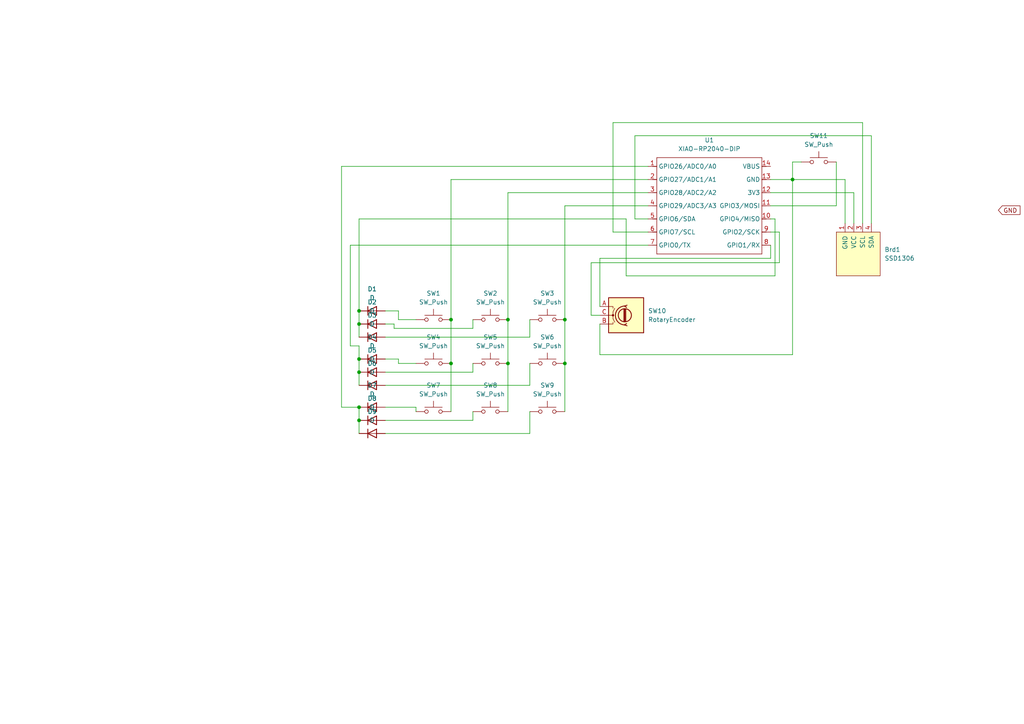
<source format=kicad_sch>
(kicad_sch (version 20231120) (generator "eeschema") (generator_version "8.0")
  (paper "A4")
  (lib_symbols
    (symbol "Device:D" (pin_numbers hide) (pin_names (offset 1.016) hide)
      (property "Reference" "D" (at 0 2.54 0))
      (property "Value" "D" (at 0 -2.54 0))
      (symbol "D_0_1"
        (polyline (pts (xy -1.27 1.27) (xy -1.27 -1.27)) (stroke (width 0.254)))
        (polyline (pts (xy 1.27 0) (xy -1.27 0)))
        (polyline (pts (xy 1.27 1.27) (xy 1.27 -1.27) (xy -1.27 0) (xy 1.27 1.27)) (stroke (width 0.254)))
      )
      (symbol "D_1_1"
        (pin passive line (at -3.81 0 0) (length 2.54) (name "K") (number "1"))
        (pin passive line (at 3.81 0 180) (length 2.54) (name "A") (number "2"))
      )
    )
    (symbol "Device:RotaryEncoder" (pin_names (offset 0.254) hide)
      (property "Reference" "SW" (at 0 6.604 0))
      (property "Value" "RotaryEncoder" (at 0 -6.604 0))
      (symbol "RotaryEncoder_0_1"
        (rectangle (start -5.08 5.08) (end 5.08 -5.08) (stroke (width 0.254)) (fill (type background)))
        (circle (center -3.81 0) (radius 0.254) (fill (type outline)))
        (circle (center -0.381 0) (radius 1.905) (stroke (width 0.254)))
        (arc (start -0.381 2.667) (mid -3.0988 -0.0635) (end -0.381 -2.794) (stroke (width 0.254)))
        (polyline (pts (xy -0.635 -1.778) (xy -0.635 1.778)) (stroke (width 0.254)))
        (polyline (pts (xy -0.381 -1.778) (xy -0.381 1.778)) (stroke (width 0.254)))
        (polyline (pts (xy -0.127 1.778) (xy -0.127 -1.778)) (stroke (width 0.254)))
        (polyline (pts (xy -5.08 -2.54) (xy -3.81 -2.54) (xy -3.81 -2.032)))
        (polyline (pts (xy -5.08 2.54) (xy -3.81 2.54) (xy -3.81 2.032)))
        (polyline (pts (xy 0.254 -3.048) (xy -0.508 -2.794) (xy 0.127 -2.413)) (stroke (width 0.254)))
        (polyline (pts (xy 0.254 2.921) (xy -0.508 2.667) (xy 0.127 2.286)) (stroke (width 0.254)))
        (polyline (pts (xy -5.08 0) (xy -3.81 0) (xy -3.81 -1.016) (xy -3.302 -2.032)))
        (polyline (pts (xy -4.318 0) (xy -3.81 0) (xy -3.81 1.016) (xy -3.302 2.032)))
      )
      (symbol "RotaryEncoder_1_1"
        (pin passive line (at -7.62 2.54 0) (length 2.54) (name "A") (number "A"))
        (pin passive line (at -7.62 -2.54 0) (length 2.54) (name "B") (number "B"))
        (pin passive line (at -7.62 0 0) (length 2.54) (name "C") (number "C"))
      )
    )
    (symbol "OPL:XIAO-RP2040-DIP"
      (property "Reference" "U" (at 0 0 0))
      (property "Value" "XIAO-RP2040-DIP" (at 5.334 -1.778 0))
      (symbol "XIAO-RP2040-DIP_1_0"
        (polyline (pts (xy -1.27 -30.48) (xy -1.27 -16.51)) (stroke (width 0.1524)))
        (polyline (pts (xy -1.27 -27.94) (xy -2.54 -27.94)) (stroke (width 0.1524)))
        (polyline (pts (xy -1.27 -24.13) (xy -2.54 -24.13)) (stroke (width 0.1524)))
        (polyline (pts (xy -1.27 -20.32) (xy -2.54 -20.32)) (stroke (width 0.1524)))
        (polyline (pts (xy -1.27 -16.51) (xy -2.54 -16.51)) (stroke (width 0.1524)))
        (polyline (pts (xy -1.27 -16.51) (xy -1.27 -12.7)) (stroke (width 0.1524)))
        (polyline (pts (xy -1.27 -12.7) (xy -2.54 -12.7)) (stroke (width 0.1524)))
        (polyline (pts (xy -1.27 -12.7) (xy -1.27 -8.89)) (stroke (width 0.1524)))
        (polyline (pts (xy -1.27 -8.89) (xy -2.54 -8.89)) (stroke (width 0.1524)))
        (polyline (pts (xy -1.27 -8.89) (xy -1.27 -5.08)) (stroke (width 0.1524)))
        (polyline (pts (xy -1.27 -5.08) (xy -2.54 -5.08)) (stroke (width 0.1524)))
        (polyline (pts (xy -1.27 -5.08) (xy -1.27 -2.54)) (stroke (width 0.1524)))
        (polyline (pts (xy -1.27 -2.54) (xy 29.21 -2.54)) (stroke (width 0.1524)))
        (polyline (pts (xy 29.21 -30.48) (xy -1.27 -30.48)) (stroke (width 0.1524)))
        (polyline (pts (xy 29.21 -12.7) (xy 29.21 -30.48)) (stroke (width 0.1524)))
        (polyline (pts (xy 29.21 -8.89) (xy 29.21 -12.7)) (stroke (width 0.1524)))
        (polyline (pts (xy 29.21 -5.08) (xy 29.21 -8.89)) (stroke (width 0.1524)))
        (polyline (pts (xy 29.21 -2.54) (xy 29.21 -5.08)) (stroke (width 0.1524)))
        (polyline (pts (xy 30.48 -27.94) (xy 29.21 -27.94)) (stroke (width 0.1524)))
        (polyline (pts (xy 30.48 -24.13) (xy 29.21 -24.13)) (stroke (width 0.1524)))
        (polyline (pts (xy 30.48 -20.32) (xy 29.21 -20.32)) (stroke (width 0.1524)))
        (polyline (pts (xy 30.48 -16.51) (xy 29.21 -16.51)) (stroke (width 0.1524)))
        (polyline (pts (xy 30.48 -12.7) (xy 29.21 -12.7)) (stroke (width 0.1524)))
        (polyline (pts (xy 30.48 -8.89) (xy 29.21 -8.89)) (stroke (width 0.1524)))
        (polyline (pts (xy 30.48 -5.08) (xy 29.21 -5.08)) (stroke (width 0.1524)))
        (pin passive line (at -3.81 -5.08 0) (length 2.54) (name "GPIO26/ADC0/A0") (number "1"))
        (pin passive line (at 31.75 -20.32 180) (length 2.54) (name "GPIO4/MISO") (number "10"))
        (pin passive line (at 31.75 -16.51 180) (length 2.54) (name "GPIO3/MOSI") (number "11"))
        (pin passive line (at 31.75 -12.7 180) (length 2.54) (name "3V3") (number "12"))
        (pin passive line (at 31.75 -8.89 180) (length 2.54) (name "GND") (number "13"))
        (pin passive line (at 31.75 -5.08 180) (length 2.54) (name "VBUS") (number "14"))
        (pin passive line (at -3.81 -8.89 0) (length 2.54) (name "GPIO27/ADC1/A1") (number "2"))
        (pin passive line (at -3.81 -12.7 0) (length 2.54) (name "GPIO28/ADC2/A2") (number "3"))
        (pin passive line (at -3.81 -16.51 0) (length 2.54) (name "GPIO29/ADC3/A3") (number "4"))
        (pin passive line (at -3.81 -20.32 0) (length 2.54) (name "GPIO6/SDA") (number "5"))
        (pin passive line (at -3.81 -24.13 0) (length 2.54) (name "GPIO7/SCL") (number "6"))
        (pin passive line (at -3.81 -27.94 0) (length 2.54) (name "GPIO0/TX") (number "7"))
        (pin passive line (at 31.75 -27.94 180) (length 2.54) (name "GPIO1/RX") (number "8"))
        (pin passive line (at 31.75 -24.13 180) (length 2.54) (name "GPIO2/SCK") (number "9"))
      )
    )
    (symbol "SSD1306-128x64_OLED:SSD1306" (pin_names (offset 1.016))
      (property "Reference" "Brd" (at 0 -3.81 0))
      (property "Value" "SSD1306" (at 0 -1.27 0))
      (symbol "SSD1306_0_1"
        (rectangle (start -6.35 6.35) (end 6.35 -6.35) (fill (type background)))
      )
      (symbol "SSD1306_1_1"
        (pin input line (at -3.81 8.89 270) (length 2.54) (name "GND") (number "1"))
        (pin input line (at -1.27 8.89 270) (length 2.54) (name "VCC") (number "2"))
        (pin input line (at 1.27 8.89 270) (length 2.54) (name "SCL") (number "3"))
        (pin input line (at 3.81 8.89 270) (length 2.54) (name "SDA") (number "4"))
      )
    )
    (symbol "Switch:SW_Push" (pin_numbers hide) (pin_names (offset 1.016) hide)
      (property "Reference" "SW" (at 1.27 2.54 0))
      (property "Value" "SW_Push" (at 0 -1.524 0))
      (symbol "SW_Push_0_1"
        (circle (center -2.032 0) (radius 0.508))
        (polyline (pts (xy 0 1.27) (xy 0 3.048)))
        (polyline (pts (xy 2.54 1.27) (xy -2.54 1.27)))
        (circle (center 2.032 0) (radius 0.508))
        (pin passive line (at -5.08 0 0) (length 2.54) (name "1") (number "1"))
        (pin passive line (at 5.08 0 180) (length 2.54) (name "2") (number "2"))
      )
    )
  )
  (junction (at 104.14 118.11))
  (junction (at 130.81 105.41))
  (junction (at 104.14 104.14))
  (junction (at 104.14 121.92))
  (junction (at 229.87 52.07))
  (junction (at 163.83 105.41))
  (junction (at 104.14 107.95))
  (junction (at 104.14 90.17))
  (junction (at 130.81 92.71))
  (junction (at 147.32 105.41))
  (junction (at 147.32 92.71))
  (junction (at 163.83 92.71))
  (junction (at 104.14 93.98))
  (wire (pts (xy 177.8 35.56) (xy 250.19 35.56)))
  (wire (pts (xy 104.14 93.98) (xy 104.14 90.17)))
  (wire (pts (xy 181.61 63.5) (xy 181.61 80.01)))
  (wire (pts (xy 252.73 39.37) (xy 184.15 39.37)))
  (wire (pts (xy 163.83 59.69) (xy 187.96 59.69)))
  (wire (pts (xy 223.52 55.88) (xy 247.65 55.88)))
  (wire (pts (xy 137.16 95.25) (xy 137.16 92.71)))
  (wire (pts (xy 137.16 107.95) (xy 137.16 105.41)))
  (wire (pts (xy 130.81 105.41) (xy 130.81 119.38)))
  (wire (pts (xy 130.81 52.07) (xy 187.96 52.07)))
  (wire (pts (xy 184.15 39.37) (xy 184.15 63.5)))
  (wire (pts (xy 224.79 63.5) (xy 223.52 63.5)))
  (wire (pts (xy 153.67 111.76) (xy 153.67 105.41)))
  (wire (pts (xy 173.99 74.93) (xy 223.52 74.93)))
  (wire (pts (xy 104.14 90.17) (xy 104.14 63.5)))
  (wire (pts (xy 147.32 55.88) (xy 187.96 55.88)))
  (wire (pts (xy 147.32 105.41) (xy 147.32 119.38)))
  (wire (pts (xy 111.76 93.98) (xy 114.3 93.98)))
  (wire (pts (xy 104.14 97.79) (xy 104.14 93.98)))
  (wire (pts (xy 229.87 46.99) (xy 229.87 52.07)))
  (wire (pts (xy 104.14 107.95) (xy 104.14 104.14)))
  (wire (pts (xy 223.52 74.93) (xy 223.52 71.12)))
  (wire (pts (xy 115.57 92.71) (xy 115.57 90.17)))
  (wire (pts (xy 104.14 118.11) (xy 99.06 118.11)))
  (wire (pts (xy 163.83 92.71) (xy 163.83 59.69)))
  (wire (pts (xy 115.57 90.17) (xy 111.76 90.17)))
  (wire (pts (xy 101.6 71.12) (xy 101.6 100.33)))
  (wire (pts (xy 163.83 105.41) (xy 163.83 119.38)))
  (wire (pts (xy 104.14 121.92) (xy 104.14 125.73)))
  (wire (pts (xy 115.57 105.41) (xy 120.65 105.41)))
  (wire (pts (xy 111.76 121.92) (xy 137.16 121.92)))
  (wire (pts (xy 173.99 88.9) (xy 173.99 74.93)))
  (wire (pts (xy 177.8 67.31) (xy 177.8 35.56)))
  (wire (pts (xy 250.19 35.56) (xy 250.19 64.77)))
  (wire (pts (xy 101.6 71.12) (xy 187.96 71.12)))
  (wire (pts (xy 114.3 95.25) (xy 137.16 95.25)))
  (wire (pts (xy 226.06 67.31) (xy 223.52 67.31)))
  (wire (pts (xy 111.76 107.95) (xy 137.16 107.95)))
  (wire (pts (xy 181.61 80.01) (xy 224.79 80.01)))
  (wire (pts (xy 147.32 92.71) (xy 147.32 55.88)))
  (wire (pts (xy 153.67 125.73) (xy 153.67 119.38)))
  (wire (pts (xy 247.65 55.88) (xy 247.65 64.77)))
  (wire (pts (xy 104.14 104.14) (xy 104.14 100.33)))
  (wire (pts (xy 99.06 48.26) (xy 187.96 48.26)))
  (wire (pts (xy 163.83 92.71) (xy 163.83 105.41)))
  (wire (pts (xy 224.79 80.01) (xy 224.79 63.5)))
  (wire (pts (xy 114.3 93.98) (xy 114.3 95.25)))
  (wire (pts (xy 137.16 121.92) (xy 137.16 119.38)))
  (wire (pts (xy 104.14 111.76) (xy 104.14 107.95)))
  (wire (pts (xy 104.14 63.5) (xy 181.61 63.5)))
  (wire (pts (xy 171.45 76.2) (xy 226.06 76.2)))
  (wire (pts (xy 120.65 92.71) (xy 115.57 92.71)))
  (wire (pts (xy 173.99 102.87) (xy 229.87 102.87)))
  (wire (pts (xy 99.06 48.26) (xy 99.06 118.11)))
  (wire (pts (xy 252.73 64.77) (xy 252.73 39.37)))
  (wire (pts (xy 229.87 52.07) (xy 245.11 52.07)))
  (wire (pts (xy 223.52 52.07) (xy 229.87 52.07)))
  (wire (pts (xy 153.67 97.79) (xy 153.67 92.71)))
  (wire (pts (xy 111.76 111.76) (xy 153.67 111.76)))
  (wire (pts (xy 245.11 64.77) (xy 245.11 52.07)))
  (wire (pts (xy 120.65 118.11) (xy 120.65 119.38)))
  (wire (pts (xy 173.99 91.44) (xy 171.45 91.44)))
  (wire (pts (xy 173.99 93.98) (xy 173.99 102.87)))
  (wire (pts (xy 130.81 92.71) (xy 130.81 52.07)))
  (wire (pts (xy 229.87 52.07) (xy 229.87 102.87)))
  (wire (pts (xy 111.76 118.11) (xy 120.65 118.11)))
  (wire (pts (xy 232.41 46.99) (xy 229.87 46.99)))
  (wire (pts (xy 242.57 46.99) (xy 242.57 59.69)))
  (wire (pts (xy 187.96 67.31) (xy 177.8 67.31)))
  (wire (pts (xy 104.14 118.11) (xy 104.14 121.92)))
  (wire (pts (xy 111.76 125.73) (xy 153.67 125.73)))
  (wire (pts (xy 226.06 76.2) (xy 226.06 67.31)))
  (wire (pts (xy 184.15 63.5) (xy 187.96 63.5)))
  (wire (pts (xy 111.76 97.79) (xy 153.67 97.79)))
  (wire (pts (xy 130.81 92.71) (xy 130.81 105.41)))
  (wire (pts (xy 111.76 104.14) (xy 115.57 104.14)))
  (wire (pts (xy 242.57 59.69) (xy 223.52 59.69)))
  (wire (pts (xy 104.14 100.33) (xy 101.6 100.33)))
  (wire (pts (xy 147.32 92.71) (xy 147.32 105.41)))
  (wire (pts (xy 115.57 104.14) (xy 115.57 105.41)))
  (wire (pts (xy 171.45 91.44) (xy 171.45 76.2)))
  (global_label "GND" (shape input) (at 289.56 60.96 0) (property "Intersheetrefs" "${INTERSHEET_REFS}" (effects (hide yes))))
  (symbol (lib_id "Switch:SW_Push") (at 125.73 119.38 0) (unit 1)
    (property "Reference" "SW7" (at 125.73 111.76 0))
    (property "Value" "SW_Push" (at 125.73 114.3 0))
    (property "Footprint" "Button_Switch_Keyboard:SW_Cherry_MX_1.00u_PCB" (effects (hide yes)))
    (property "Description" "Push button switch, generic, two pins" (effects (hide yes)))
  )
  (symbol (lib_id "Switch:SW_Push") (at 125.73 105.41 0) (unit 1)
    (property "Reference" "SW4" (at 125.73 97.79 0))
    (property "Value" "SW_Push" (at 125.73 100.33 0))
    (property "Footprint" "Button_Switch_Keyboard:SW_Cherry_MX_1.00u_PCB" (effects (hide yes)))
    (property "Description" "Push button switch, generic, two pins" (effects (hide yes)))
  )
  (symbol (lib_id "Device:D") (at 107.95 90.17 0) (unit 1)
    (property "Reference" "D1" (at 107.95 83.82 0))
    (property "Value" "D" (at 107.95 86.36 0))
    (property "Footprint" "Diode_THT:D_DO-35_SOD27_P7.62mm_Horizontal" (effects (hide yes)))
    (property "Description" "Diode" (effects (hide yes)))
    (property "Sim.Device" "D" (effects (hide yes)))
    (property "Sim.Pins" "1=K 2=A" (effects (hide yes)))
  )
  (symbol (lib_id "Switch:SW_Push") (at 142.24 92.71 0) (unit 1)
    (property "Reference" "SW2" (at 142.24 85.09 0))
    (property "Value" "SW_Push" (at 142.24 87.63 0))
    (property "Footprint" "Button_Switch_Keyboard:SW_Cherry_MX_1.00u_PCB" (effects (hide yes)))
    (property "Description" "Push button switch, generic, two pins" (effects (hide yes)))
  )
  (symbol (lib_id "Device:D") (at 107.95 93.98 0) (unit 1)
    (property "Reference" "D2" (at 107.95 87.63 0))
    (property "Value" "D" (at 107.95 90.17 0))
    (property "Footprint" "Diode_THT:D_DO-35_SOD27_P7.62mm_Horizontal" (effects (hide yes)))
    (property "Description" "Diode" (effects (hide yes)))
    (property "Sim.Device" "D" (effects (hide yes)))
    (property "Sim.Pins" "1=K 2=A" (effects (hide yes)))
  )
  (symbol (lib_id "Device:D") (at 107.95 104.14 0) (unit 1)
    (property "Reference" "D4" (at 107.95 97.79 0))
    (property "Value" "D" (at 107.95 100.33 0))
    (property "Footprint" "Diode_THT:D_DO-35_SOD27_P7.62mm_Horizontal" (effects (hide yes)))
    (property "Description" "Diode" (effects (hide yes)))
    (property "Sim.Device" "D" (effects (hide yes)))
    (property "Sim.Pins" "1=K 2=A" (effects (hide yes)))
  )
  (symbol (lib_id "Device:RotaryEncoder") (at 181.61 91.44 0) (unit 1)
    (property "Reference" "SW10" (at 187.96 90.1699 0) (effects (justify left)))
    (property "Value" "RotaryEncoder" (at 187.96 92.7099 0) (effects (justify left)))
    (property "Footprint" "Rotary_Encoder:RotaryEncoder_Alps_EC11E-Switch_Vertical_H20mm" (effects (hide yes)))
    (property "Description" "Rotary encoder, dual channel, incremental quadrate outputs" (effects (hide yes)))
  )
  (symbol (lib_id "Device:D") (at 107.95 111.76 0) (unit 1)
    (property "Reference" "D6" (at 107.95 105.41 0))
    (property "Value" "D" (at 107.95 107.95 0))
    (property "Footprint" "Diode_THT:D_DO-35_SOD27_P7.62mm_Horizontal" (effects (hide yes)))
    (property "Description" "Diode" (effects (hide yes)))
    (property "Sim.Device" "D" (effects (hide yes)))
    (property "Sim.Pins" "1=K 2=A" (effects (hide yes)))
  )
  (symbol (lib_id "Device:D") (at 107.95 121.92 0) (unit 1)
    (property "Reference" "D8" (at 107.95 115.57 0))
    (property "Value" "D" (at 107.95 118.11 0))
    (property "Footprint" "Diode_THT:D_DO-35_SOD27_P7.62mm_Horizontal" (effects (hide yes)))
    (property "Description" "Diode" (effects (hide yes)))
    (property "Sim.Device" "D" (effects (hide yes)))
    (property "Sim.Pins" "1=K 2=A" (effects (hide yes)))
  )
  (symbol (lib_id "Device:D") (at 107.95 125.73 0) (unit 1)
    (property "Reference" "D9" (at 107.95 119.38 0))
    (property "Value" "D" (at 107.95 121.92 0))
    (property "Footprint" "Diode_THT:D_DO-35_SOD27_P7.62mm_Horizontal" (effects (hide yes)))
    (property "Description" "Diode" (effects (hide yes)))
    (property "Sim.Device" "D" (effects (hide yes)))
    (property "Sim.Pins" "1=K 2=A" (effects (hide yes)))
  )
  (symbol (lib_id "Switch:SW_Push") (at 142.24 119.38 0) (unit 1)
    (property "Reference" "SW8" (at 142.24 111.76 0))
    (property "Value" "SW_Push" (at 142.24 114.3 0))
    (property "Footprint" "Button_Switch_Keyboard:SW_Cherry_MX_1.00u_PCB" (effects (hide yes)))
    (property "Description" "Push button switch, generic, two pins" (effects (hide yes)))
  )
  (symbol (lib_id "Switch:SW_Push") (at 237.49 46.99 0) (unit 1)
    (property "Reference" "SW11" (at 237.49 39.37 0))
    (property "Value" "SW_Push" (at 237.49 41.91 0))
    (property "Footprint" "Button_Switch_Keyboard:SW_Cherry_MX_1.00u_PCB" (effects (hide yes)))
    (property "Description" "Push button switch, generic, two pins" (effects (hide yes)))
  )
  (symbol (lib_id "Switch:SW_Push") (at 158.75 119.38 0) (unit 1)
    (property "Reference" "SW9" (at 158.75 111.76 0))
    (property "Value" "SW_Push" (at 158.75 114.3 0))
    (property "Footprint" "Button_Switch_Keyboard:SW_Cherry_MX_1.00u_PCB" (effects (hide yes)))
    (property "Description" "Push button switch, generic, two pins" (effects (hide yes)))
  )
  (symbol (lib_id "Device:D") (at 107.95 118.11 0) (unit 1)
    (property "Reference" "D7" (at 107.95 111.76 0))
    (property "Value" "D" (at 107.95 114.3 0))
    (property "Footprint" "Diode_THT:D_DO-35_SOD27_P7.62mm_Horizontal" (effects (hide yes)))
    (property "Description" "Diode" (effects (hide yes)))
    (property "Sim.Device" "D" (effects (hide yes)))
    (property "Sim.Pins" "1=K 2=A" (effects (hide yes)))
  )
  (symbol (lib_id "SSD1306-128x64_OLED:SSD1306") (at 248.92 73.66 0) (unit 1)
    (property "Reference" "Brd1" (at 256.54 72.3899 0) (effects (justify left)))
    (property "Value" "SSD1306" (at 256.54 74.9299 0) (effects (justify left)))
    (property "Footprint" "OLED2:SSD1306-0.91-OLED-4pin-128x32" (effects (hide yes)))
    (property "Description" "SSD1306 OLED" (effects (hide yes)))
  )
  (symbol (lib_id "Device:D") (at 107.95 107.95 0) (unit 1)
    (property "Reference" "D5" (at 107.95 101.6 0))
    (property "Value" "D" (at 107.95 104.14 0))
    (property "Footprint" "Diode_THT:D_DO-35_SOD27_P7.62mm_Horizontal" (effects (hide yes)))
    (property "Description" "Diode" (effects (hide yes)))
    (property "Sim.Device" "D" (effects (hide yes)))
    (property "Sim.Pins" "1=K 2=A" (effects (hide yes)))
  )
  (symbol (lib_id "Switch:SW_Push") (at 158.75 92.71 0) (unit 1)
    (property "Reference" "SW3" (at 158.75 85.09 0))
    (property "Value" "SW_Push" (at 158.75 87.63 0))
    (property "Footprint" "Button_Switch_Keyboard:SW_Cherry_MX_1.00u_PCB" (effects (hide yes)))
    (property "Description" "Push button switch, generic, two pins" (effects (hide yes)))
  )
  (symbol (lib_id "Switch:SW_Push") (at 125.73 92.71 0) (unit 1)
    (property "Reference" "SW1" (at 125.73 85.09 0))
    (property "Value" "SW_Push" (at 125.73 87.63 0))
    (property "Footprint" "Button_Switch_Keyboard:SW_Cherry_MX_1.00u_PCB" (effects (hide yes)))
    (property "Description" "Push button switch, generic, two pins" (effects (hide yes)))
  )
  (symbol (lib_id "Switch:SW_Push") (at 158.75 105.41 0) (unit 1)
    (property "Reference" "SW6" (at 158.75 97.79 0))
    (property "Value" "SW_Push" (at 158.75 100.33 0))
    (property "Footprint" "Button_Switch_Keyboard:SW_Cherry_MX_1.00u_PCB" (effects (hide yes)))
    (property "Description" "Push button switch, generic, two pins" (effects (hide yes)))
  )
  (symbol (lib_id "Switch:SW_Push") (at 142.24 105.41 0) (unit 1)
    (property "Reference" "SW5" (at 142.24 97.79 0))
    (property "Value" "SW_Push" (at 142.24 100.33 0))
    (property "Footprint" "Button_Switch_Keyboard:SW_Cherry_MX_1.00u_PCB" (effects (hide yes)))
    (property "Description" "Push button switch, generic, two pins" (effects (hide yes)))
  )
  (symbol (lib_id "Device:D") (at 107.95 97.79 0) (unit 1)
    (property "Reference" "D3" (at 107.95 91.44 0))
    (property "Value" "D" (at 107.95 93.98 0))
    (property "Footprint" "Diode_THT:D_DO-35_SOD27_P7.62mm_Horizontal" (effects (hide yes)))
    (property "Description" "Diode" (effects (hide yes)))
    (property "Sim.Device" "D" (effects (hide yes)))
    (property "Sim.Pins" "1=K 2=A" (effects (hide yes)))
  )
  (symbol (lib_id "OPL:XIAO-RP2040-DIP") (at 191.77 43.18 0) (unit 1)
    (property "Reference" "U1" (at 205.74 40.64 0))
    (property "Value" "XIAO-RP2040-DIP" (at 205.74 43.18 0))
    (property "Footprint" "OPL:XIAO-ESP32C3-DIP" (effects (hide yes)))
  )
)
</source>
